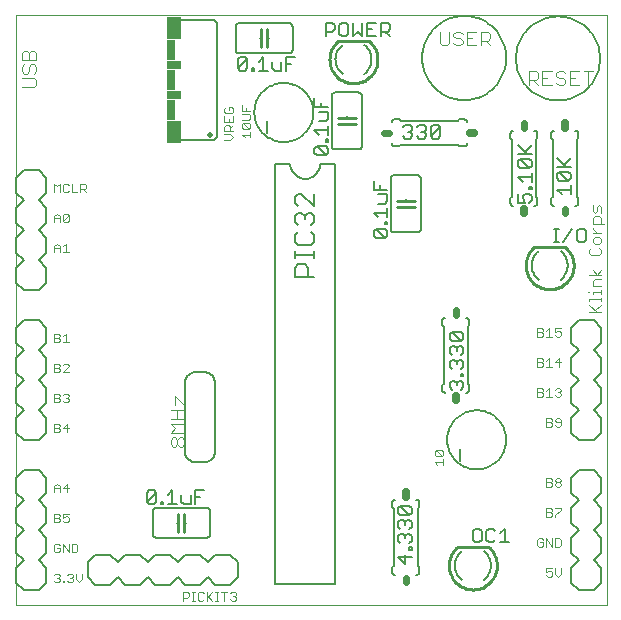
<source format=gto>
G75*
G70*
%OFA0B0*%
%FSLAX24Y24*%
%IPPOS*%
%LPD*%
%AMOC8*
5,1,8,0,0,1.08239X$1,22.5*
%
%ADD10C,0.0000*%
%ADD11C,0.0030*%
%ADD12C,0.0080*%
%ADD13C,0.0040*%
%ADD14C,0.0200*%
%ADD15C,0.0060*%
%ADD16R,0.0500X0.0750*%
%ADD17R,0.0300X0.0700*%
%ADD18R,0.0500X0.0300*%
%ADD19C,0.0070*%
%ADD20C,0.0050*%
%ADD21C,0.0240*%
%ADD22C,0.0250*%
%ADD23C,0.0100*%
D10*
X000181Y000181D02*
X019866Y000181D01*
X019866Y019866D01*
X000181Y019866D01*
X000181Y000181D01*
D11*
X001446Y000995D02*
X001495Y000946D01*
X001592Y000946D01*
X001640Y000995D01*
X001640Y001043D01*
X001592Y001092D01*
X001543Y001092D01*
X001592Y001092D02*
X001640Y001140D01*
X001640Y001188D01*
X001592Y001237D01*
X001495Y001237D01*
X001446Y001188D01*
X001741Y000995D02*
X001789Y000995D01*
X001789Y000946D01*
X001741Y000946D01*
X001741Y000995D01*
X001888Y000995D02*
X001937Y000946D01*
X002034Y000946D01*
X002082Y000995D01*
X002082Y001043D01*
X002034Y001092D01*
X001985Y001092D01*
X002034Y001092D02*
X002082Y001140D01*
X002082Y001188D01*
X002034Y001237D01*
X001937Y001237D01*
X001888Y001188D01*
X002183Y001237D02*
X002183Y001043D01*
X002280Y000946D01*
X002376Y001043D01*
X002376Y001237D01*
X002181Y001946D02*
X002229Y001995D01*
X002229Y002188D01*
X002181Y002237D01*
X002036Y002237D01*
X002036Y001946D01*
X002181Y001946D01*
X001935Y001946D02*
X001935Y002237D01*
X001741Y002237D02*
X001935Y001946D01*
X001741Y001946D02*
X001741Y002237D01*
X001640Y002188D02*
X001592Y002237D01*
X001495Y002237D01*
X001446Y002188D01*
X001446Y001995D01*
X001495Y001946D01*
X001592Y001946D01*
X001640Y001995D01*
X001640Y002092D01*
X001543Y002092D01*
X001592Y002946D02*
X001446Y002946D01*
X001446Y003237D01*
X001592Y003237D01*
X001640Y003188D01*
X001640Y003140D01*
X001592Y003092D01*
X001446Y003092D01*
X001592Y003092D02*
X001640Y003043D01*
X001640Y002995D01*
X001592Y002946D01*
X001741Y002995D02*
X001789Y002946D01*
X001886Y002946D01*
X001935Y002995D01*
X001935Y003092D01*
X001886Y003140D01*
X001838Y003140D01*
X001741Y003092D01*
X001741Y003237D01*
X001935Y003237D01*
X001886Y003946D02*
X001886Y004237D01*
X001741Y004092D01*
X001935Y004092D01*
X001640Y004092D02*
X001446Y004092D01*
X001446Y004140D02*
X001543Y004237D01*
X001640Y004140D01*
X001640Y003946D01*
X001446Y003946D02*
X001446Y004140D01*
X001446Y005946D02*
X001592Y005946D01*
X001640Y005995D01*
X001640Y006043D01*
X001592Y006092D01*
X001446Y006092D01*
X001446Y006237D02*
X001446Y005946D01*
X001592Y006092D02*
X001640Y006140D01*
X001640Y006188D01*
X001592Y006237D01*
X001446Y006237D01*
X001741Y006092D02*
X001935Y006092D01*
X001886Y006237D02*
X001886Y005946D01*
X001741Y006092D02*
X001886Y006237D01*
X001886Y006946D02*
X001789Y006946D01*
X001741Y006995D01*
X001640Y006995D02*
X001592Y006946D01*
X001446Y006946D01*
X001446Y007237D01*
X001592Y007237D01*
X001640Y007188D01*
X001640Y007140D01*
X001592Y007092D01*
X001446Y007092D01*
X001592Y007092D02*
X001640Y007043D01*
X001640Y006995D01*
X001741Y007188D02*
X001789Y007237D01*
X001886Y007237D01*
X001935Y007188D01*
X001935Y007140D01*
X001886Y007092D01*
X001935Y007043D01*
X001935Y006995D01*
X001886Y006946D01*
X001886Y007092D02*
X001838Y007092D01*
X001935Y007946D02*
X001741Y007946D01*
X001935Y008140D01*
X001935Y008188D01*
X001886Y008237D01*
X001789Y008237D01*
X001741Y008188D01*
X001640Y008188D02*
X001640Y008140D01*
X001592Y008092D01*
X001446Y008092D01*
X001446Y008237D02*
X001446Y007946D01*
X001592Y007946D01*
X001640Y007995D01*
X001640Y008043D01*
X001592Y008092D01*
X001640Y008188D02*
X001592Y008237D01*
X001446Y008237D01*
X001446Y008946D02*
X001592Y008946D01*
X001640Y008995D01*
X001640Y009043D01*
X001592Y009092D01*
X001446Y009092D01*
X001446Y009237D02*
X001446Y008946D01*
X001592Y009092D02*
X001640Y009140D01*
X001640Y009188D01*
X001592Y009237D01*
X001446Y009237D01*
X001741Y009140D02*
X001838Y009237D01*
X001838Y008946D01*
X001741Y008946D02*
X001935Y008946D01*
X001935Y011946D02*
X001741Y011946D01*
X001838Y011946D02*
X001838Y012237D01*
X001741Y012140D01*
X001640Y012140D02*
X001640Y011946D01*
X001640Y012092D02*
X001446Y012092D01*
X001446Y012140D02*
X001543Y012237D01*
X001640Y012140D01*
X001446Y012140D02*
X001446Y011946D01*
X001446Y012946D02*
X001446Y013140D01*
X001543Y013237D01*
X001640Y013140D01*
X001640Y012946D01*
X001741Y012995D02*
X001935Y013188D01*
X001935Y012995D01*
X001886Y012946D01*
X001789Y012946D01*
X001741Y012995D01*
X001741Y013188D01*
X001789Y013237D01*
X001886Y013237D01*
X001935Y013188D01*
X001640Y013092D02*
X001446Y013092D01*
X001446Y013946D02*
X001446Y014237D01*
X001543Y014140D01*
X001640Y014237D01*
X001640Y013946D01*
X001741Y013995D02*
X001789Y013946D01*
X001886Y013946D01*
X001935Y013995D01*
X002036Y013946D02*
X002036Y014237D01*
X001935Y014188D02*
X001886Y014237D01*
X001789Y014237D01*
X001741Y014188D01*
X001741Y013995D01*
X002036Y013946D02*
X002229Y013946D01*
X002330Y013946D02*
X002330Y014237D01*
X002475Y014237D01*
X002524Y014188D01*
X002524Y014092D01*
X002475Y014043D01*
X002330Y014043D01*
X002427Y014043D02*
X002524Y013946D01*
X007126Y015696D02*
X007320Y015696D01*
X007416Y015793D01*
X007320Y015890D01*
X007126Y015890D01*
X007126Y015991D02*
X007126Y016136D01*
X007175Y016185D01*
X007271Y016185D01*
X007320Y016136D01*
X007320Y015991D01*
X007416Y015991D02*
X007126Y015991D01*
X007320Y016088D02*
X007416Y016185D01*
X007416Y016286D02*
X007126Y016286D01*
X007126Y016479D01*
X007175Y016580D02*
X007368Y016580D01*
X007416Y016629D01*
X007416Y016725D01*
X007368Y016774D01*
X007271Y016774D01*
X007271Y016677D01*
X007175Y016580D02*
X007126Y016629D01*
X007126Y016725D01*
X007175Y016774D01*
X007416Y016479D02*
X007416Y016286D01*
X007271Y016286D02*
X007271Y016382D01*
X007701Y016361D02*
X007943Y016361D01*
X007992Y016409D01*
X007992Y016506D01*
X007943Y016554D01*
X007701Y016554D01*
X007701Y016656D02*
X007701Y016849D01*
X007846Y016752D02*
X007846Y016656D01*
X007701Y016656D02*
X007992Y016656D01*
X007943Y016260D02*
X007750Y016260D01*
X007943Y016066D01*
X007992Y016115D01*
X007992Y016211D01*
X007943Y016260D01*
X007750Y016260D02*
X007701Y016211D01*
X007701Y016115D01*
X007750Y016066D01*
X007943Y016066D01*
X007992Y015965D02*
X007992Y015772D01*
X007992Y015868D02*
X007701Y015868D01*
X007798Y015772D01*
X017562Y009417D02*
X017562Y009126D01*
X017708Y009126D01*
X017756Y009175D01*
X017756Y009223D01*
X017708Y009272D01*
X017562Y009272D01*
X017562Y009417D02*
X017708Y009417D01*
X017756Y009368D01*
X017756Y009320D01*
X017708Y009272D01*
X017857Y009320D02*
X017954Y009417D01*
X017954Y009126D01*
X017857Y009126D02*
X018051Y009126D01*
X018152Y009175D02*
X018200Y009126D01*
X018297Y009126D01*
X018345Y009175D01*
X018345Y009272D01*
X018297Y009320D01*
X018249Y009320D01*
X018152Y009272D01*
X018152Y009417D01*
X018345Y009417D01*
X018297Y008417D02*
X018152Y008272D01*
X018345Y008272D01*
X018297Y008417D02*
X018297Y008126D01*
X018051Y008126D02*
X017857Y008126D01*
X017954Y008126D02*
X017954Y008417D01*
X017857Y008320D01*
X017756Y008320D02*
X017708Y008272D01*
X017562Y008272D01*
X017562Y008417D02*
X017708Y008417D01*
X017756Y008368D01*
X017756Y008320D01*
X017708Y008272D02*
X017756Y008223D01*
X017756Y008175D01*
X017708Y008126D01*
X017562Y008126D01*
X017562Y008417D01*
X017562Y007417D02*
X017708Y007417D01*
X017756Y007368D01*
X017756Y007320D01*
X017708Y007272D01*
X017562Y007272D01*
X017562Y007417D02*
X017562Y007126D01*
X017708Y007126D01*
X017756Y007175D01*
X017756Y007223D01*
X017708Y007272D01*
X017857Y007320D02*
X017954Y007417D01*
X017954Y007126D01*
X017857Y007126D02*
X018051Y007126D01*
X018152Y007175D02*
X018200Y007126D01*
X018297Y007126D01*
X018345Y007175D01*
X018345Y007223D01*
X018297Y007272D01*
X018249Y007272D01*
X018297Y007272D02*
X018345Y007320D01*
X018345Y007368D01*
X018297Y007417D01*
X018200Y007417D01*
X018152Y007368D01*
X018200Y006417D02*
X018152Y006368D01*
X018152Y006320D01*
X018200Y006272D01*
X018345Y006272D01*
X018345Y006368D02*
X018297Y006417D01*
X018200Y006417D01*
X018345Y006368D02*
X018345Y006175D01*
X018297Y006126D01*
X018200Y006126D01*
X018152Y006175D01*
X018051Y006175D02*
X018002Y006126D01*
X017857Y006126D01*
X017857Y006417D01*
X018002Y006417D01*
X018051Y006368D01*
X018051Y006320D01*
X018002Y006272D01*
X017857Y006272D01*
X018002Y006272D02*
X018051Y006223D01*
X018051Y006175D01*
X018002Y004417D02*
X018051Y004368D01*
X018051Y004320D01*
X018002Y004272D01*
X017857Y004272D01*
X017857Y004417D02*
X017857Y004126D01*
X018002Y004126D01*
X018051Y004175D01*
X018051Y004223D01*
X018002Y004272D01*
X018002Y004417D02*
X017857Y004417D01*
X018152Y004368D02*
X018152Y004320D01*
X018200Y004272D01*
X018297Y004272D01*
X018345Y004223D01*
X018345Y004175D01*
X018297Y004126D01*
X018200Y004126D01*
X018152Y004175D01*
X018152Y004223D01*
X018200Y004272D01*
X018297Y004272D02*
X018345Y004320D01*
X018345Y004368D01*
X018297Y004417D01*
X018200Y004417D01*
X018152Y004368D01*
X018152Y003417D02*
X018345Y003417D01*
X018345Y003368D01*
X018152Y003175D01*
X018152Y003126D01*
X018051Y003175D02*
X018002Y003126D01*
X017857Y003126D01*
X017857Y003417D01*
X018002Y003417D01*
X018051Y003368D01*
X018051Y003320D01*
X018002Y003272D01*
X017857Y003272D01*
X018002Y003272D02*
X018051Y003223D01*
X018051Y003175D01*
X018051Y002417D02*
X018051Y002126D01*
X017857Y002417D01*
X017857Y002126D01*
X017756Y002175D02*
X017756Y002272D01*
X017659Y002272D01*
X017562Y002368D02*
X017562Y002175D01*
X017611Y002126D01*
X017708Y002126D01*
X017756Y002175D01*
X017756Y002368D02*
X017708Y002417D01*
X017611Y002417D01*
X017562Y002368D01*
X018152Y002417D02*
X018152Y002126D01*
X018297Y002126D01*
X018345Y002175D01*
X018345Y002368D01*
X018297Y002417D01*
X018152Y002417D01*
X018152Y001417D02*
X018152Y001223D01*
X018249Y001126D01*
X018345Y001223D01*
X018345Y001417D01*
X018051Y001417D02*
X017857Y001417D01*
X017857Y001272D01*
X017954Y001320D01*
X018002Y001320D01*
X018051Y001272D01*
X018051Y001175D01*
X018002Y001126D01*
X017905Y001126D01*
X017857Y001175D01*
X014421Y004858D02*
X014421Y005052D01*
X014421Y004955D02*
X014131Y004955D01*
X014227Y004858D01*
X014179Y005153D02*
X014131Y005201D01*
X014131Y005298D01*
X014179Y005346D01*
X014372Y005153D01*
X014421Y005201D01*
X014421Y005298D01*
X014372Y005346D01*
X014179Y005346D01*
X014179Y005153D02*
X014372Y005153D01*
X019296Y009946D02*
X019666Y009946D01*
X019543Y009946D02*
X019296Y010193D01*
X019296Y010315D02*
X019296Y010376D01*
X019666Y010376D01*
X019666Y010315D02*
X019666Y010438D01*
X019666Y010560D02*
X019666Y010684D01*
X019666Y010622D02*
X019420Y010622D01*
X019420Y010560D01*
X019296Y010622D02*
X019234Y010622D01*
X019420Y010806D02*
X019420Y010991D01*
X019481Y011053D01*
X019666Y011053D01*
X019666Y011174D02*
X019296Y011174D01*
X019420Y011359D02*
X019543Y011174D01*
X019666Y011359D01*
X019605Y011849D02*
X019358Y011849D01*
X019296Y011911D01*
X019296Y012034D01*
X019358Y012096D01*
X019481Y012218D02*
X019420Y012279D01*
X019420Y012403D01*
X019481Y012464D01*
X019605Y012464D01*
X019666Y012403D01*
X019666Y012279D01*
X019605Y012218D01*
X019481Y012218D01*
X019605Y012096D02*
X019666Y012034D01*
X019666Y011911D01*
X019605Y011849D01*
X019666Y012586D02*
X019420Y012586D01*
X019543Y012586D02*
X019420Y012709D01*
X019420Y012771D01*
X019420Y012893D02*
X019420Y013078D01*
X019481Y013140D01*
X019605Y013140D01*
X019666Y013078D01*
X019666Y012893D01*
X019790Y012893D02*
X019420Y012893D01*
X019481Y013261D02*
X019420Y013323D01*
X019420Y013508D01*
X019543Y013446D02*
X019543Y013323D01*
X019481Y013261D01*
X019666Y013261D02*
X019666Y013446D01*
X019605Y013508D01*
X019543Y013446D01*
X019666Y010806D02*
X019420Y010806D01*
X019666Y010193D02*
X019481Y010008D01*
X007515Y000579D02*
X007515Y000531D01*
X007467Y000483D01*
X007515Y000434D01*
X007515Y000386D01*
X007467Y000338D01*
X007370Y000338D01*
X007321Y000386D01*
X007418Y000483D02*
X007467Y000483D01*
X007515Y000579D02*
X007467Y000628D01*
X007370Y000628D01*
X007321Y000579D01*
X007220Y000628D02*
X007027Y000628D01*
X007124Y000628D02*
X007124Y000338D01*
X006927Y000338D02*
X006830Y000338D01*
X006879Y000338D02*
X006879Y000628D01*
X006927Y000628D02*
X006830Y000628D01*
X006729Y000628D02*
X006536Y000434D01*
X006584Y000483D02*
X006729Y000338D01*
X006536Y000338D02*
X006536Y000628D01*
X006435Y000579D02*
X006386Y000628D01*
X006289Y000628D01*
X006241Y000579D01*
X006241Y000386D01*
X006289Y000338D01*
X006386Y000338D01*
X006435Y000386D01*
X006141Y000338D02*
X006045Y000338D01*
X006093Y000338D02*
X006093Y000628D01*
X006045Y000628D02*
X006141Y000628D01*
X005944Y000579D02*
X005944Y000483D01*
X005895Y000434D01*
X005750Y000434D01*
X005750Y000338D02*
X005750Y000628D01*
X005895Y000628D01*
X005944Y000579D01*
D12*
X005821Y000863D02*
X005571Y001113D01*
X005321Y000863D01*
X004821Y000863D01*
X004571Y001113D01*
X004321Y000863D01*
X003821Y000863D01*
X003571Y001113D01*
X003321Y000863D01*
X002821Y000863D01*
X002571Y001113D01*
X002571Y001613D01*
X002821Y001863D01*
X003321Y001863D01*
X003571Y001613D01*
X003821Y001863D01*
X004321Y001863D01*
X004571Y001613D01*
X004821Y001863D01*
X005321Y001863D01*
X005571Y001613D01*
X005821Y001863D01*
X006321Y001863D01*
X006571Y001613D01*
X006821Y001863D01*
X007321Y001863D01*
X007571Y001613D01*
X007571Y001113D01*
X007321Y000863D01*
X006821Y000863D01*
X006571Y001113D01*
X006321Y000863D01*
X005821Y000863D01*
X001181Y000931D02*
X000931Y000681D01*
X000431Y000681D01*
X000181Y000931D01*
X000181Y001431D01*
X000431Y001681D01*
X000181Y001931D01*
X000181Y002431D01*
X000431Y002681D01*
X000181Y002931D01*
X000181Y003431D01*
X000431Y003681D01*
X000181Y003931D01*
X000181Y004431D01*
X000431Y004681D01*
X000931Y004681D01*
X001181Y004431D01*
X001181Y003931D01*
X000931Y003681D01*
X001181Y003431D01*
X001181Y002931D01*
X000931Y002681D01*
X001181Y002431D01*
X001181Y001931D01*
X000931Y001681D01*
X001181Y001431D01*
X001181Y000931D01*
X000931Y005681D02*
X000431Y005681D01*
X000181Y005931D01*
X000181Y006431D01*
X000431Y006681D01*
X000181Y006931D01*
X000181Y007431D01*
X000431Y007681D01*
X000181Y007931D01*
X000181Y008431D01*
X000431Y008681D01*
X000181Y008931D01*
X000181Y009431D01*
X000431Y009681D01*
X000931Y009681D01*
X001181Y009431D01*
X001181Y008931D01*
X000931Y008681D01*
X001181Y008431D01*
X001181Y007931D01*
X000931Y007681D01*
X001181Y007431D01*
X001181Y006931D01*
X000931Y006681D01*
X001181Y006431D01*
X001181Y005931D01*
X000931Y005681D01*
X000931Y010681D02*
X000431Y010681D01*
X000181Y010931D01*
X000181Y011431D01*
X000431Y011681D01*
X000181Y011931D01*
X000181Y012431D01*
X000431Y012681D01*
X000181Y012931D01*
X000181Y013431D01*
X000431Y013681D01*
X000181Y013931D01*
X000181Y014431D01*
X000431Y014681D01*
X000931Y014681D01*
X001181Y014431D01*
X001181Y013931D01*
X000931Y013681D01*
X001181Y013431D01*
X001181Y012931D01*
X000931Y012681D01*
X001181Y012431D01*
X001181Y011931D01*
X000931Y011681D01*
X001181Y011431D01*
X001181Y010931D01*
X000931Y010681D01*
X008557Y015907D02*
X008557Y016307D01*
X008123Y016607D02*
X008125Y016669D01*
X008131Y016732D01*
X008141Y016793D01*
X008155Y016854D01*
X008172Y016914D01*
X008193Y016973D01*
X008219Y017030D01*
X008247Y017085D01*
X008279Y017139D01*
X008315Y017190D01*
X008353Y017240D01*
X008395Y017286D01*
X008439Y017330D01*
X008487Y017371D01*
X008536Y017409D01*
X008588Y017443D01*
X008642Y017474D01*
X008698Y017502D01*
X008756Y017526D01*
X008815Y017547D01*
X008875Y017563D01*
X008936Y017576D01*
X008998Y017585D01*
X009060Y017590D01*
X009123Y017591D01*
X009185Y017588D01*
X009247Y017581D01*
X009309Y017570D01*
X009369Y017555D01*
X009429Y017537D01*
X009487Y017515D01*
X009544Y017489D01*
X009599Y017459D01*
X009652Y017426D01*
X009703Y017390D01*
X009751Y017351D01*
X009797Y017308D01*
X009840Y017263D01*
X009880Y017215D01*
X009917Y017165D01*
X009951Y017112D01*
X009982Y017058D01*
X010008Y017002D01*
X010032Y016944D01*
X010051Y016884D01*
X010067Y016824D01*
X010079Y016762D01*
X010087Y016701D01*
X010091Y016638D01*
X010091Y016576D01*
X010087Y016513D01*
X010079Y016452D01*
X010067Y016390D01*
X010051Y016330D01*
X010032Y016270D01*
X010008Y016212D01*
X009982Y016156D01*
X009951Y016102D01*
X009917Y016049D01*
X009880Y015999D01*
X009840Y015951D01*
X009797Y015906D01*
X009751Y015863D01*
X009703Y015824D01*
X009652Y015788D01*
X009599Y015755D01*
X009544Y015725D01*
X009487Y015699D01*
X009429Y015677D01*
X009369Y015659D01*
X009309Y015644D01*
X009247Y015633D01*
X009185Y015626D01*
X009123Y015623D01*
X009060Y015624D01*
X008998Y015629D01*
X008936Y015638D01*
X008875Y015651D01*
X008815Y015667D01*
X008756Y015688D01*
X008698Y015712D01*
X008642Y015740D01*
X008588Y015771D01*
X008536Y015805D01*
X008487Y015843D01*
X008439Y015884D01*
X008395Y015928D01*
X008353Y015974D01*
X008315Y016024D01*
X008279Y016075D01*
X008247Y016129D01*
X008219Y016184D01*
X008193Y016241D01*
X008172Y016300D01*
X008155Y016360D01*
X008141Y016421D01*
X008131Y016482D01*
X008125Y016545D01*
X008123Y016607D01*
X018681Y009431D02*
X018681Y008931D01*
X018931Y008681D01*
X018681Y008431D01*
X018681Y007931D01*
X018931Y007681D01*
X018681Y007431D01*
X018681Y006931D01*
X018931Y006681D01*
X018681Y006431D01*
X018681Y005931D01*
X018931Y005681D01*
X019431Y005681D01*
X019681Y005931D01*
X019681Y006431D01*
X019431Y006681D01*
X019681Y006931D01*
X019681Y007431D01*
X019431Y007681D01*
X019681Y007931D01*
X019681Y008431D01*
X019431Y008681D01*
X019681Y008931D01*
X019681Y009431D01*
X019431Y009681D01*
X018931Y009681D01*
X018681Y009431D01*
X014552Y005693D02*
X014554Y005755D01*
X014560Y005818D01*
X014570Y005879D01*
X014584Y005940D01*
X014601Y006000D01*
X014622Y006059D01*
X014648Y006116D01*
X014676Y006171D01*
X014708Y006225D01*
X014744Y006276D01*
X014782Y006326D01*
X014824Y006372D01*
X014868Y006416D01*
X014916Y006457D01*
X014965Y006495D01*
X015017Y006529D01*
X015071Y006560D01*
X015127Y006588D01*
X015185Y006612D01*
X015244Y006633D01*
X015304Y006649D01*
X015365Y006662D01*
X015427Y006671D01*
X015489Y006676D01*
X015552Y006677D01*
X015614Y006674D01*
X015676Y006667D01*
X015738Y006656D01*
X015798Y006641D01*
X015858Y006623D01*
X015916Y006601D01*
X015973Y006575D01*
X016028Y006545D01*
X016081Y006512D01*
X016132Y006476D01*
X016180Y006437D01*
X016226Y006394D01*
X016269Y006349D01*
X016309Y006301D01*
X016346Y006251D01*
X016380Y006198D01*
X016411Y006144D01*
X016437Y006088D01*
X016461Y006030D01*
X016480Y005970D01*
X016496Y005910D01*
X016508Y005848D01*
X016516Y005787D01*
X016520Y005724D01*
X016520Y005662D01*
X016516Y005599D01*
X016508Y005538D01*
X016496Y005476D01*
X016480Y005416D01*
X016461Y005356D01*
X016437Y005298D01*
X016411Y005242D01*
X016380Y005188D01*
X016346Y005135D01*
X016309Y005085D01*
X016269Y005037D01*
X016226Y004992D01*
X016180Y004949D01*
X016132Y004910D01*
X016081Y004874D01*
X016028Y004841D01*
X015973Y004811D01*
X015916Y004785D01*
X015858Y004763D01*
X015798Y004745D01*
X015738Y004730D01*
X015676Y004719D01*
X015614Y004712D01*
X015552Y004709D01*
X015489Y004710D01*
X015427Y004715D01*
X015365Y004724D01*
X015304Y004737D01*
X015244Y004753D01*
X015185Y004774D01*
X015127Y004798D01*
X015071Y004826D01*
X015017Y004857D01*
X014965Y004891D01*
X014916Y004929D01*
X014868Y004970D01*
X014824Y005014D01*
X014782Y005060D01*
X014744Y005110D01*
X014708Y005161D01*
X014676Y005215D01*
X014648Y005270D01*
X014622Y005327D01*
X014601Y005386D01*
X014584Y005446D01*
X014570Y005507D01*
X014560Y005568D01*
X014554Y005631D01*
X014552Y005693D01*
X014986Y005393D02*
X014986Y004993D01*
X018681Y004431D02*
X018681Y003931D01*
X018931Y003681D01*
X018681Y003431D01*
X018681Y002931D01*
X018931Y002681D01*
X018681Y002431D01*
X018681Y001931D01*
X018931Y001681D01*
X018681Y001431D01*
X018681Y000931D01*
X018931Y000681D01*
X019431Y000681D01*
X019681Y000931D01*
X019681Y001431D01*
X019431Y001681D01*
X019681Y001931D01*
X019681Y002431D01*
X019431Y002681D01*
X019681Y002931D01*
X019681Y003431D01*
X019431Y003681D01*
X019681Y003931D01*
X019681Y004431D01*
X019431Y004681D01*
X018931Y004681D01*
X018681Y004431D01*
D13*
X005791Y005546D02*
X005715Y005469D01*
X005638Y005469D01*
X005561Y005546D01*
X005561Y005699D01*
X005638Y005776D01*
X005715Y005776D01*
X005791Y005699D01*
X005791Y005546D01*
X005561Y005546D02*
X005484Y005469D01*
X005408Y005469D01*
X005331Y005546D01*
X005331Y005699D01*
X005408Y005776D01*
X005484Y005776D01*
X005561Y005699D01*
X005331Y005929D02*
X005484Y006083D01*
X005331Y006236D01*
X005791Y006236D01*
X005791Y006390D02*
X005331Y006390D01*
X005561Y006390D02*
X005561Y006697D01*
X005484Y006850D02*
X005484Y007157D01*
X005791Y006850D01*
X005791Y007157D01*
X005791Y006697D02*
X005331Y006697D01*
X005331Y005929D02*
X005791Y005929D01*
X000768Y017442D02*
X000384Y017442D01*
X000384Y017749D02*
X000768Y017749D01*
X000844Y017672D01*
X000844Y017519D01*
X000768Y017442D01*
X000768Y017903D02*
X000844Y017979D01*
X000844Y018133D01*
X000768Y018210D01*
X000691Y018210D01*
X000614Y018133D01*
X000614Y017979D01*
X000538Y017903D01*
X000461Y017903D01*
X000384Y017979D01*
X000384Y018133D01*
X000461Y018210D01*
X000384Y018363D02*
X000384Y018593D01*
X000461Y018670D01*
X000538Y018670D01*
X000614Y018593D01*
X000614Y018363D01*
X000844Y018363D02*
X000384Y018363D01*
X000614Y018593D02*
X000691Y018670D01*
X000768Y018670D01*
X000844Y018593D01*
X000844Y018363D01*
X014301Y018918D02*
X014378Y018842D01*
X014531Y018842D01*
X014608Y018918D01*
X014608Y019302D01*
X014761Y019225D02*
X014761Y019148D01*
X014838Y019072D01*
X014991Y019072D01*
X015068Y018995D01*
X015068Y018918D01*
X014991Y018842D01*
X014838Y018842D01*
X014761Y018918D01*
X014761Y019225D02*
X014838Y019302D01*
X014991Y019302D01*
X015068Y019225D01*
X015222Y019302D02*
X015222Y018842D01*
X015528Y018842D01*
X015682Y018842D02*
X015682Y019302D01*
X015912Y019302D01*
X015989Y019225D01*
X015989Y019072D01*
X015912Y018995D01*
X015682Y018995D01*
X015835Y018995D02*
X015989Y018842D01*
X015528Y019302D02*
X015222Y019302D01*
X015222Y019072D02*
X015375Y019072D01*
X014301Y018918D02*
X014301Y019302D01*
X017268Y017986D02*
X017268Y017526D01*
X017268Y017679D02*
X017499Y017679D01*
X017575Y017756D01*
X017575Y017909D01*
X017499Y017986D01*
X017268Y017986D01*
X017422Y017679D02*
X017575Y017526D01*
X017729Y017526D02*
X018036Y017526D01*
X018189Y017603D02*
X018266Y017526D01*
X018419Y017526D01*
X018496Y017603D01*
X018496Y017679D01*
X018419Y017756D01*
X018266Y017756D01*
X018189Y017833D01*
X018189Y017909D01*
X018266Y017986D01*
X018419Y017986D01*
X018496Y017909D01*
X018649Y017986D02*
X018649Y017526D01*
X018956Y017526D01*
X018803Y017756D02*
X018649Y017756D01*
X018649Y017986D02*
X018956Y017986D01*
X019110Y017986D02*
X019417Y017986D01*
X019263Y017986D02*
X019263Y017526D01*
X018036Y017986D02*
X017729Y017986D01*
X017729Y017526D01*
X017729Y017756D02*
X017882Y017756D01*
D14*
X006641Y015861D03*
D15*
X006781Y015681D02*
X005631Y015681D01*
X006781Y015681D02*
X006881Y015781D01*
X006881Y019581D01*
X006781Y019681D01*
X005631Y019681D01*
X007499Y019479D02*
X007499Y018679D01*
X007501Y018662D01*
X007505Y018645D01*
X007512Y018629D01*
X007522Y018615D01*
X007535Y018602D01*
X007549Y018592D01*
X007565Y018585D01*
X007582Y018581D01*
X007599Y018579D01*
X009299Y018579D01*
X009316Y018581D01*
X009333Y018585D01*
X009349Y018592D01*
X009363Y018602D01*
X009376Y018615D01*
X009386Y018629D01*
X009393Y018645D01*
X009397Y018662D01*
X009399Y018679D01*
X009399Y019479D01*
X009397Y019496D01*
X009393Y019513D01*
X009386Y019529D01*
X009376Y019543D01*
X009363Y019556D01*
X009349Y019566D01*
X009333Y019573D01*
X009316Y019577D01*
X009299Y019579D01*
X007599Y019579D01*
X007582Y019577D01*
X007565Y019573D01*
X007549Y019566D01*
X007535Y019556D01*
X007522Y019543D01*
X007512Y019529D01*
X007505Y019513D01*
X007501Y019496D01*
X007499Y019479D01*
X008299Y019079D02*
X008349Y019079D01*
X008549Y019079D02*
X008599Y019079D01*
X010705Y017173D02*
X010705Y015473D01*
X010707Y015456D01*
X010711Y015439D01*
X010718Y015423D01*
X010728Y015409D01*
X010741Y015396D01*
X010755Y015386D01*
X010771Y015379D01*
X010788Y015375D01*
X010805Y015373D01*
X011605Y015373D01*
X011622Y015375D01*
X011639Y015379D01*
X011655Y015386D01*
X011669Y015396D01*
X011682Y015409D01*
X011692Y015423D01*
X011699Y015439D01*
X011703Y015456D01*
X011705Y015473D01*
X011705Y017173D01*
X011703Y017190D01*
X011699Y017207D01*
X011692Y017223D01*
X011682Y017237D01*
X011669Y017250D01*
X011655Y017260D01*
X011639Y017267D01*
X011622Y017271D01*
X011605Y017273D01*
X010805Y017273D01*
X010788Y017271D01*
X010771Y017267D01*
X010755Y017260D01*
X010741Y017250D01*
X010728Y017237D01*
X010718Y017223D01*
X010711Y017207D01*
X010707Y017190D01*
X010705Y017173D01*
X011205Y016473D02*
X011205Y016423D01*
X011205Y016223D02*
X011205Y016173D01*
X010819Y014894D02*
X010319Y014894D01*
X010819Y014894D02*
X010819Y000894D01*
X008819Y000894D01*
X008819Y014844D01*
X008819Y014894D02*
X009319Y014894D01*
X009321Y014850D01*
X009327Y014807D01*
X009336Y014765D01*
X009349Y014723D01*
X009366Y014683D01*
X009386Y014644D01*
X009409Y014607D01*
X009436Y014573D01*
X009465Y014540D01*
X009498Y014511D01*
X009532Y014484D01*
X009569Y014461D01*
X009608Y014441D01*
X009648Y014424D01*
X009690Y014411D01*
X009732Y014402D01*
X009775Y014396D01*
X009819Y014394D01*
X009863Y014396D01*
X009906Y014402D01*
X009948Y014411D01*
X009990Y014424D01*
X010030Y014441D01*
X010069Y014461D01*
X010106Y014484D01*
X010140Y014511D01*
X010173Y014540D01*
X010202Y014573D01*
X010229Y014607D01*
X010252Y014644D01*
X010272Y014683D01*
X010289Y014723D01*
X010302Y014765D01*
X010311Y014807D01*
X010317Y014850D01*
X010319Y014894D01*
X012674Y014417D02*
X012674Y012717D01*
X012676Y012700D01*
X012680Y012683D01*
X012687Y012667D01*
X012697Y012653D01*
X012710Y012640D01*
X012724Y012630D01*
X012740Y012623D01*
X012757Y012619D01*
X012774Y012617D01*
X013574Y012617D01*
X013591Y012619D01*
X013608Y012623D01*
X013624Y012630D01*
X013638Y012640D01*
X013651Y012653D01*
X013661Y012667D01*
X013668Y012683D01*
X013672Y012700D01*
X013674Y012717D01*
X013674Y014417D01*
X013672Y014434D01*
X013668Y014451D01*
X013661Y014467D01*
X013651Y014481D01*
X013638Y014494D01*
X013624Y014504D01*
X013608Y014511D01*
X013591Y014515D01*
X013574Y014517D01*
X012774Y014517D01*
X012757Y014515D01*
X012740Y014511D01*
X012724Y014504D01*
X012710Y014494D01*
X012697Y014481D01*
X012687Y014467D01*
X012680Y014451D01*
X012676Y014434D01*
X012674Y014417D01*
X013174Y013717D02*
X013174Y013667D01*
X013174Y013467D02*
X013174Y013417D01*
X012961Y015479D02*
X012811Y015479D01*
X012794Y015481D01*
X012777Y015485D01*
X012761Y015492D01*
X012747Y015502D01*
X012734Y015515D01*
X012724Y015529D01*
X012717Y015545D01*
X012713Y015562D01*
X012711Y015579D01*
X012961Y015479D02*
X013011Y015529D01*
X014911Y015529D01*
X014961Y015479D01*
X015111Y015479D01*
X015128Y015481D01*
X015145Y015485D01*
X015161Y015492D01*
X015175Y015502D01*
X015188Y015515D01*
X015198Y015529D01*
X015205Y015545D01*
X015209Y015562D01*
X015211Y015579D01*
X015211Y016279D02*
X015209Y016296D01*
X015205Y016313D01*
X015198Y016329D01*
X015188Y016343D01*
X015175Y016356D01*
X015161Y016366D01*
X015145Y016373D01*
X015128Y016377D01*
X015111Y016379D01*
X014961Y016379D01*
X014911Y016329D01*
X013011Y016329D01*
X012961Y016379D01*
X012811Y016379D01*
X012794Y016377D01*
X012777Y016373D01*
X012761Y016366D01*
X012747Y016356D01*
X012734Y016343D01*
X012724Y016329D01*
X012717Y016313D01*
X012713Y016296D01*
X012711Y016279D01*
X011797Y017904D02*
X011832Y017934D01*
X011865Y017965D01*
X011895Y018000D01*
X011922Y018036D01*
X011946Y018074D01*
X011968Y018114D01*
X011986Y018156D01*
X012002Y018199D01*
X012014Y018243D01*
X012022Y018287D01*
X012027Y018333D01*
X012029Y018378D01*
X012027Y018423D01*
X012022Y018469D01*
X012014Y018513D01*
X012002Y018557D01*
X011986Y018600D01*
X011968Y018642D01*
X011946Y018682D01*
X011922Y018720D01*
X011895Y018756D01*
X011865Y018791D01*
X011832Y018822D01*
X011797Y018852D01*
X010829Y018378D02*
X010831Y018332D01*
X010836Y018286D01*
X010845Y018240D01*
X010857Y018195D01*
X010873Y018152D01*
X010892Y018110D01*
X010915Y018069D01*
X010940Y018030D01*
X010968Y017994D01*
X010999Y017959D01*
X011033Y017927D01*
X011069Y017898D01*
X010829Y018378D02*
X010831Y018425D01*
X010837Y018473D01*
X010846Y018519D01*
X010859Y018565D01*
X010875Y018609D01*
X010895Y018653D01*
X010919Y018694D01*
X010945Y018733D01*
X010975Y018770D01*
X011008Y018805D01*
X011043Y018837D01*
X011080Y018866D01*
X016661Y015898D02*
X016661Y015748D01*
X016711Y015698D01*
X016711Y013798D01*
X016661Y013748D01*
X016661Y013598D01*
X016663Y013581D01*
X016667Y013564D01*
X016674Y013548D01*
X016684Y013534D01*
X016697Y013521D01*
X016711Y013511D01*
X016727Y013504D01*
X016744Y013500D01*
X016761Y013498D01*
X017461Y013498D02*
X017478Y013500D01*
X017495Y013504D01*
X017511Y013511D01*
X017525Y013521D01*
X017538Y013534D01*
X017548Y013548D01*
X017555Y013564D01*
X017559Y013581D01*
X017561Y013598D01*
X017561Y013748D01*
X017511Y013798D01*
X017511Y015698D01*
X017561Y015748D01*
X017561Y015898D01*
X017559Y015915D01*
X017555Y015932D01*
X017548Y015948D01*
X017538Y015962D01*
X017525Y015975D01*
X017511Y015985D01*
X017495Y015992D01*
X017478Y015996D01*
X017461Y015998D01*
X018023Y015898D02*
X018023Y015748D01*
X018073Y015698D01*
X018073Y013798D01*
X018023Y013748D01*
X018023Y013598D01*
X018025Y013581D01*
X018029Y013564D01*
X018036Y013548D01*
X018046Y013534D01*
X018059Y013521D01*
X018073Y013511D01*
X018089Y013504D01*
X018106Y013500D01*
X018123Y013498D01*
X018823Y013498D02*
X018840Y013500D01*
X018857Y013504D01*
X018873Y013511D01*
X018887Y013521D01*
X018900Y013534D01*
X018910Y013548D01*
X018917Y013564D01*
X018921Y013581D01*
X018923Y013598D01*
X018923Y013748D01*
X018873Y013798D01*
X018873Y015698D01*
X018923Y015748D01*
X018923Y015898D01*
X018921Y015915D01*
X018917Y015932D01*
X018910Y015948D01*
X018900Y015962D01*
X018887Y015975D01*
X018873Y015985D01*
X018857Y015992D01*
X018840Y015996D01*
X018823Y015998D01*
X018123Y015998D02*
X018106Y015996D01*
X018089Y015992D01*
X018073Y015985D01*
X018059Y015975D01*
X018046Y015962D01*
X018036Y015948D01*
X018029Y015932D01*
X018025Y015915D01*
X018023Y015898D01*
X016761Y015998D02*
X016744Y015996D01*
X016727Y015992D01*
X016711Y015985D01*
X016697Y015975D01*
X016684Y015962D01*
X016674Y015948D01*
X016667Y015932D01*
X016663Y015915D01*
X016661Y015898D01*
X018569Y011512D02*
X018567Y011467D01*
X018562Y011421D01*
X018554Y011377D01*
X018542Y011333D01*
X018526Y011290D01*
X018508Y011248D01*
X018486Y011208D01*
X018462Y011170D01*
X018435Y011134D01*
X018405Y011099D01*
X018372Y011068D01*
X018337Y011038D01*
X018569Y011512D02*
X018567Y011557D01*
X018562Y011603D01*
X018554Y011647D01*
X018542Y011691D01*
X018526Y011734D01*
X018508Y011776D01*
X018486Y011816D01*
X018462Y011854D01*
X018435Y011890D01*
X018405Y011925D01*
X018372Y011956D01*
X018337Y011986D01*
X017369Y011512D02*
X017371Y011466D01*
X017376Y011420D01*
X017385Y011374D01*
X017397Y011329D01*
X017413Y011286D01*
X017432Y011244D01*
X017455Y011203D01*
X017480Y011164D01*
X017508Y011128D01*
X017539Y011093D01*
X017573Y011061D01*
X017609Y011032D01*
X017369Y011512D02*
X017371Y011559D01*
X017377Y011607D01*
X017386Y011653D01*
X017399Y011699D01*
X017415Y011743D01*
X017435Y011787D01*
X017459Y011828D01*
X017485Y011867D01*
X017515Y011904D01*
X017548Y011939D01*
X017583Y011971D01*
X017620Y012000D01*
X015285Y009666D02*
X015285Y009516D01*
X015235Y009466D01*
X015235Y007566D01*
X015285Y007516D01*
X015285Y007366D01*
X015283Y007349D01*
X015279Y007332D01*
X015272Y007316D01*
X015262Y007302D01*
X015249Y007289D01*
X015235Y007279D01*
X015219Y007272D01*
X015202Y007268D01*
X015185Y007266D01*
X014485Y007266D02*
X014468Y007268D01*
X014451Y007272D01*
X014435Y007279D01*
X014421Y007289D01*
X014408Y007302D01*
X014398Y007316D01*
X014391Y007332D01*
X014387Y007349D01*
X014385Y007366D01*
X014385Y007516D01*
X014435Y007566D01*
X014435Y009466D01*
X014385Y009516D01*
X014385Y009666D01*
X014387Y009683D01*
X014391Y009700D01*
X014398Y009716D01*
X014408Y009730D01*
X014421Y009743D01*
X014435Y009753D01*
X014451Y009760D01*
X014468Y009764D01*
X014485Y009766D01*
X015185Y009766D02*
X015202Y009764D01*
X015219Y009760D01*
X015235Y009753D01*
X015249Y009743D01*
X015262Y009730D01*
X015272Y009716D01*
X015279Y009700D01*
X015283Y009683D01*
X015285Y009666D01*
X013624Y003595D02*
X013624Y003445D01*
X013574Y003395D01*
X013574Y001495D01*
X013624Y001445D01*
X013624Y001295D01*
X013622Y001278D01*
X013618Y001261D01*
X013611Y001245D01*
X013601Y001231D01*
X013588Y001218D01*
X013574Y001208D01*
X013558Y001201D01*
X013541Y001197D01*
X013524Y001195D01*
X012824Y001195D02*
X012807Y001197D01*
X012790Y001201D01*
X012774Y001208D01*
X012760Y001218D01*
X012747Y001231D01*
X012737Y001245D01*
X012730Y001261D01*
X012726Y001278D01*
X012724Y001295D01*
X012724Y001445D01*
X012774Y001495D01*
X012774Y003395D01*
X012724Y003445D01*
X012724Y003595D01*
X012726Y003612D01*
X012730Y003629D01*
X012737Y003645D01*
X012747Y003659D01*
X012760Y003672D01*
X012774Y003682D01*
X012790Y003689D01*
X012807Y003693D01*
X012824Y003695D01*
X013524Y003695D02*
X013541Y003693D01*
X013558Y003689D01*
X013574Y003682D01*
X013588Y003672D01*
X013601Y003659D01*
X013611Y003645D01*
X013618Y003629D01*
X013622Y003612D01*
X013624Y003595D01*
X016010Y001504D02*
X016008Y001459D01*
X016003Y001413D01*
X015995Y001369D01*
X015983Y001325D01*
X015967Y001282D01*
X015949Y001240D01*
X015927Y001200D01*
X015903Y001162D01*
X015876Y001126D01*
X015846Y001091D01*
X015813Y001060D01*
X015778Y001030D01*
X016010Y001504D02*
X016008Y001549D01*
X016003Y001595D01*
X015995Y001639D01*
X015983Y001683D01*
X015967Y001726D01*
X015949Y001768D01*
X015927Y001808D01*
X015903Y001846D01*
X015876Y001882D01*
X015846Y001917D01*
X015813Y001948D01*
X015778Y001978D01*
X014810Y001504D02*
X014812Y001458D01*
X014817Y001412D01*
X014826Y001366D01*
X014838Y001321D01*
X014854Y001278D01*
X014873Y001236D01*
X014896Y001195D01*
X014921Y001156D01*
X014949Y001120D01*
X014980Y001085D01*
X015014Y001053D01*
X015050Y001024D01*
X014810Y001504D02*
X014812Y001551D01*
X014818Y001599D01*
X014827Y001645D01*
X014840Y001691D01*
X014856Y001735D01*
X014876Y001779D01*
X014900Y001820D01*
X014926Y001859D01*
X014956Y001896D01*
X014989Y001931D01*
X015024Y001963D01*
X015061Y001992D01*
X006643Y002537D02*
X006643Y003337D01*
X006641Y003354D01*
X006637Y003371D01*
X006630Y003387D01*
X006620Y003401D01*
X006607Y003414D01*
X006593Y003424D01*
X006577Y003431D01*
X006560Y003435D01*
X006543Y003437D01*
X004843Y003437D01*
X004826Y003435D01*
X004809Y003431D01*
X004793Y003424D01*
X004779Y003414D01*
X004766Y003401D01*
X004756Y003387D01*
X004749Y003371D01*
X004745Y003354D01*
X004743Y003337D01*
X004743Y002537D01*
X004745Y002520D01*
X004749Y002503D01*
X004756Y002487D01*
X004766Y002473D01*
X004779Y002460D01*
X004793Y002450D01*
X004809Y002443D01*
X004826Y002439D01*
X004843Y002437D01*
X006543Y002437D01*
X006560Y002439D01*
X006577Y002443D01*
X006593Y002450D01*
X006607Y002460D01*
X006620Y002473D01*
X006630Y002487D01*
X006637Y002503D01*
X006641Y002520D01*
X006643Y002537D01*
X005843Y002937D02*
X005793Y002937D01*
X005593Y002937D02*
X005543Y002937D01*
D16*
X005431Y015956D03*
X005431Y019406D03*
D17*
X005331Y018681D03*
X005331Y017681D03*
X005331Y016681D03*
D18*
X005431Y017181D03*
X005431Y018181D03*
D19*
X009589Y013905D02*
X009484Y013800D01*
X009484Y013589D01*
X009589Y013484D01*
X009589Y013260D02*
X009694Y013260D01*
X009799Y013155D01*
X009904Y013260D01*
X010009Y013260D01*
X010114Y013155D01*
X010114Y012945D01*
X010009Y012840D01*
X009799Y013050D02*
X009799Y013155D01*
X009589Y013260D02*
X009484Y013155D01*
X009484Y012945D01*
X009589Y012840D01*
X009589Y012616D02*
X009484Y012511D01*
X009484Y012300D01*
X009589Y012195D01*
X010009Y012195D01*
X010114Y012300D01*
X010114Y012511D01*
X010009Y012616D01*
X010114Y011976D02*
X010114Y011766D01*
X010114Y011871D02*
X009484Y011871D01*
X009484Y011766D02*
X009484Y011976D01*
X009589Y011541D02*
X009799Y011541D01*
X009904Y011436D01*
X009904Y011121D01*
X010114Y011121D02*
X009484Y011121D01*
X009484Y011436D01*
X009589Y011541D01*
X010114Y013484D02*
X009694Y013905D01*
X009589Y013905D01*
X010114Y013905D02*
X010114Y013484D01*
D20*
X010205Y015176D02*
X010130Y015251D01*
X010130Y015402D01*
X010205Y015477D01*
X010505Y015176D01*
X010580Y015251D01*
X010580Y015402D01*
X010505Y015477D01*
X010205Y015477D01*
X010205Y015176D02*
X010505Y015176D01*
X010505Y015637D02*
X010505Y015712D01*
X010580Y015712D01*
X010580Y015637D01*
X010505Y015637D01*
X010580Y015867D02*
X010580Y016167D01*
X010580Y016017D02*
X010130Y016017D01*
X010280Y015867D01*
X010280Y016327D02*
X010505Y016327D01*
X010580Y016402D01*
X010580Y016628D01*
X010280Y016628D01*
X010355Y016788D02*
X010355Y016938D01*
X010130Y016788D02*
X010130Y017088D01*
X010130Y016788D02*
X010580Y016788D01*
X009185Y018004D02*
X009185Y018454D01*
X009486Y018454D01*
X009335Y018229D02*
X009185Y018229D01*
X009025Y018304D02*
X009025Y018004D01*
X008800Y018004D01*
X008725Y018079D01*
X008725Y018304D01*
X008565Y018004D02*
X008265Y018004D01*
X008415Y018004D02*
X008415Y018454D01*
X008265Y018304D01*
X008110Y018079D02*
X008110Y018004D01*
X008034Y018004D01*
X008034Y018079D01*
X008110Y018079D01*
X007874Y018079D02*
X007874Y018379D01*
X007574Y018079D01*
X007649Y018004D01*
X007799Y018004D01*
X007874Y018079D01*
X007874Y018379D02*
X007799Y018454D01*
X007649Y018454D01*
X007574Y018379D01*
X007574Y018079D01*
X010503Y019153D02*
X010503Y019604D01*
X010728Y019604D01*
X010803Y019529D01*
X010803Y019378D01*
X010728Y019303D01*
X010503Y019303D01*
X010963Y019228D02*
X011038Y019153D01*
X011188Y019153D01*
X011263Y019228D01*
X011263Y019529D01*
X011188Y019604D01*
X011038Y019604D01*
X010963Y019529D01*
X010963Y019228D01*
X011423Y019153D02*
X011423Y019604D01*
X011573Y019303D02*
X011723Y019153D01*
X011723Y019604D01*
X011884Y019604D02*
X011884Y019153D01*
X012184Y019153D01*
X012344Y019153D02*
X012344Y019604D01*
X012569Y019604D01*
X012644Y019529D01*
X012644Y019378D01*
X012569Y019303D01*
X012344Y019303D01*
X012494Y019303D02*
X012644Y019153D01*
X012184Y019604D02*
X011884Y019604D01*
X011884Y019378D02*
X012034Y019378D01*
X011573Y019303D02*
X011423Y019153D01*
X013161Y016185D02*
X013311Y016185D01*
X013386Y016110D01*
X013386Y016035D01*
X013311Y015960D01*
X013386Y015885D01*
X013386Y015809D01*
X013311Y015734D01*
X013161Y015734D01*
X013086Y015809D01*
X013236Y015960D02*
X013311Y015960D01*
X013086Y016110D02*
X013161Y016185D01*
X013546Y016110D02*
X013621Y016185D01*
X013771Y016185D01*
X013847Y016110D01*
X013847Y016035D01*
X013771Y015960D01*
X013847Y015885D01*
X013847Y015809D01*
X013771Y015734D01*
X013621Y015734D01*
X013546Y015809D01*
X013696Y015960D02*
X013771Y015960D01*
X014007Y016110D02*
X014007Y015809D01*
X014307Y016110D01*
X014307Y015809D01*
X014232Y015734D01*
X014082Y015734D01*
X014007Y015809D01*
X014007Y016110D02*
X014082Y016185D01*
X014232Y016185D01*
X014307Y016110D01*
X012323Y014182D02*
X012323Y014032D01*
X012248Y013872D02*
X012549Y013872D01*
X012549Y013646D01*
X012474Y013571D01*
X012248Y013571D01*
X012549Y013411D02*
X012549Y013111D01*
X012549Y013261D02*
X012098Y013261D01*
X012248Y013111D01*
X012474Y012956D02*
X012549Y012956D01*
X012549Y012881D01*
X012474Y012881D01*
X012474Y012956D01*
X012474Y012721D02*
X012549Y012646D01*
X012549Y012496D01*
X012474Y012421D01*
X012173Y012721D01*
X012474Y012721D01*
X012474Y012421D02*
X012173Y012421D01*
X012098Y012496D01*
X012098Y012646D01*
X012173Y012721D01*
X012098Y014032D02*
X012098Y014332D01*
X012098Y014032D02*
X012549Y014032D01*
X016915Y013902D02*
X016915Y013602D01*
X017140Y013602D01*
X017065Y013752D01*
X017065Y013827D01*
X017140Y013902D01*
X017291Y013902D01*
X017366Y013827D01*
X017366Y013677D01*
X017291Y013602D01*
X017291Y014062D02*
X017291Y014137D01*
X017366Y014137D01*
X017366Y014062D01*
X017291Y014062D01*
X017366Y014292D02*
X017366Y014592D01*
X017366Y014442D02*
X016915Y014442D01*
X017065Y014292D01*
X016990Y014752D02*
X016915Y014828D01*
X016915Y014978D01*
X016990Y015053D01*
X017291Y014752D01*
X017366Y014828D01*
X017366Y014978D01*
X017291Y015053D01*
X016990Y015053D01*
X016915Y015213D02*
X017366Y015213D01*
X017215Y015213D02*
X016915Y015513D01*
X017140Y015288D02*
X017366Y015513D01*
X017291Y014752D02*
X016990Y014752D01*
X018217Y014794D02*
X018668Y014794D01*
X018518Y014794D02*
X018217Y015094D01*
X018443Y014869D02*
X018668Y015094D01*
X018593Y014634D02*
X018292Y014634D01*
X018593Y014334D01*
X018668Y014409D01*
X018668Y014559D01*
X018593Y014634D01*
X018593Y014334D02*
X018292Y014334D01*
X018217Y014409D01*
X018217Y014559D01*
X018292Y014634D01*
X018668Y014174D02*
X018668Y013873D01*
X018668Y014023D02*
X018217Y014023D01*
X018368Y013873D01*
X018266Y012737D02*
X018116Y012737D01*
X018191Y012737D02*
X018191Y012287D01*
X018116Y012287D02*
X018266Y012287D01*
X018423Y012287D02*
X018723Y012737D01*
X018883Y012662D02*
X018883Y012362D01*
X018958Y012287D01*
X019109Y012287D01*
X019184Y012362D01*
X019184Y012662D01*
X019109Y012737D01*
X018958Y012737D01*
X018883Y012662D01*
X015090Y009206D02*
X015090Y009056D01*
X015015Y008981D01*
X014715Y009281D01*
X015015Y009281D01*
X015090Y009206D01*
X015015Y008981D02*
X014715Y008981D01*
X014640Y009056D01*
X014640Y009206D01*
X014715Y009281D01*
X014715Y008820D02*
X014640Y008745D01*
X014640Y008595D01*
X014715Y008520D01*
X014715Y008360D02*
X014640Y008285D01*
X014640Y008135D01*
X014715Y008060D01*
X014865Y008210D02*
X014865Y008285D01*
X014940Y008360D01*
X015015Y008360D01*
X015090Y008285D01*
X015090Y008135D01*
X015015Y008060D01*
X015015Y007905D02*
X015090Y007905D01*
X015090Y007830D01*
X015015Y007830D01*
X015015Y007905D01*
X015015Y007670D02*
X015090Y007594D01*
X015090Y007444D01*
X015015Y007369D01*
X014865Y007519D02*
X014865Y007594D01*
X014940Y007670D01*
X015015Y007670D01*
X014865Y007594D02*
X014790Y007670D01*
X014715Y007670D01*
X014640Y007594D01*
X014640Y007444D01*
X014715Y007369D01*
X014865Y008285D02*
X014790Y008360D01*
X014715Y008360D01*
X015015Y008520D02*
X015090Y008595D01*
X015090Y008745D01*
X015015Y008820D01*
X014940Y008820D01*
X014865Y008745D01*
X014865Y008670D01*
X014865Y008745D02*
X014790Y008820D01*
X014715Y008820D01*
X013294Y003482D02*
X012993Y003482D01*
X013294Y003181D01*
X013369Y003256D01*
X013369Y003407D01*
X013294Y003482D01*
X013294Y003181D02*
X012993Y003181D01*
X012918Y003256D01*
X012918Y003407D01*
X012993Y003482D01*
X012993Y003021D02*
X013068Y003021D01*
X013143Y002946D01*
X013218Y003021D01*
X013294Y003021D01*
X013369Y002946D01*
X013369Y002796D01*
X013294Y002721D01*
X013294Y002561D02*
X013218Y002561D01*
X013143Y002486D01*
X013143Y002411D01*
X013143Y002486D02*
X013068Y002561D01*
X012993Y002561D01*
X012918Y002486D01*
X012918Y002336D01*
X012993Y002261D01*
X013294Y002261D02*
X013369Y002336D01*
X013369Y002486D01*
X013294Y002561D01*
X012993Y002721D02*
X012918Y002796D01*
X012918Y002946D01*
X012993Y003021D01*
X013143Y002946D02*
X013143Y002871D01*
X013294Y002106D02*
X013369Y002106D01*
X013369Y002031D01*
X013294Y002031D01*
X013294Y002106D01*
X013143Y001870D02*
X013143Y001570D01*
X012918Y001795D01*
X013369Y001795D01*
X015404Y002354D02*
X015479Y002279D01*
X015629Y002279D01*
X015704Y002354D01*
X015704Y002655D01*
X015629Y002730D01*
X015479Y002730D01*
X015404Y002655D01*
X015404Y002354D01*
X015864Y002354D02*
X015939Y002279D01*
X016089Y002279D01*
X016164Y002354D01*
X016324Y002279D02*
X016625Y002279D01*
X016474Y002279D02*
X016474Y002730D01*
X016324Y002579D01*
X016164Y002655D02*
X016089Y002730D01*
X015939Y002730D01*
X015864Y002655D01*
X015864Y002354D01*
X006811Y005303D02*
X006811Y007596D01*
X006812Y007596D02*
X006810Y007631D01*
X006805Y007665D01*
X006797Y007699D01*
X006785Y007731D01*
X006770Y007763D01*
X006752Y007793D01*
X006732Y007821D01*
X006708Y007846D01*
X006683Y007870D01*
X006655Y007890D01*
X006625Y007908D01*
X006593Y007923D01*
X006561Y007935D01*
X006527Y007943D01*
X006493Y007948D01*
X006458Y007950D01*
X006458Y007949D02*
X006165Y007949D01*
X006165Y007950D02*
X006130Y007948D01*
X006096Y007943D01*
X006062Y007935D01*
X006030Y007923D01*
X005998Y007908D01*
X005968Y007890D01*
X005940Y007870D01*
X005915Y007846D01*
X005891Y007821D01*
X005871Y007793D01*
X005853Y007763D01*
X005838Y007731D01*
X005826Y007699D01*
X005818Y007665D01*
X005813Y007631D01*
X005811Y007596D01*
X005811Y005303D01*
X005813Y005268D01*
X005818Y005234D01*
X005826Y005200D01*
X005838Y005168D01*
X005853Y005136D01*
X005871Y005106D01*
X005891Y005078D01*
X005915Y005053D01*
X005940Y005029D01*
X005968Y005009D01*
X005998Y004991D01*
X006030Y004976D01*
X006062Y004964D01*
X006096Y004956D01*
X006130Y004951D01*
X006165Y004949D01*
X006458Y004949D01*
X006493Y004951D01*
X006527Y004956D01*
X006561Y004964D01*
X006593Y004976D01*
X006625Y004991D01*
X006655Y005009D01*
X006683Y005029D01*
X006708Y005053D01*
X006732Y005078D01*
X006752Y005106D01*
X006770Y005136D01*
X006785Y005168D01*
X006797Y005200D01*
X006805Y005234D01*
X006810Y005268D01*
X006812Y005303D01*
X006458Y004013D02*
X006158Y004013D01*
X006158Y003562D01*
X005998Y003562D02*
X005998Y003863D01*
X006158Y003787D02*
X006308Y003787D01*
X005998Y003562D02*
X005772Y003562D01*
X005697Y003637D01*
X005697Y003863D01*
X005537Y003562D02*
X005237Y003562D01*
X005387Y003562D02*
X005387Y004013D01*
X005237Y003863D01*
X005082Y003637D02*
X005082Y003562D01*
X005007Y003562D01*
X005007Y003637D01*
X005082Y003637D01*
X004847Y003637D02*
X004847Y003938D01*
X004546Y003637D01*
X004622Y003562D01*
X004772Y003562D01*
X004847Y003637D01*
X004847Y003938D02*
X004772Y004013D01*
X004622Y004013D01*
X004546Y003938D01*
X004546Y003637D01*
X013722Y018422D02*
X013724Y018497D01*
X013730Y018571D01*
X013740Y018645D01*
X013754Y018718D01*
X013771Y018790D01*
X013793Y018862D01*
X013818Y018932D01*
X013847Y019000D01*
X013880Y019068D01*
X013916Y019133D01*
X013955Y019196D01*
X013998Y019257D01*
X014044Y019316D01*
X014093Y019372D01*
X014145Y019425D01*
X014200Y019476D01*
X014257Y019523D01*
X014317Y019568D01*
X014379Y019609D01*
X014444Y019647D01*
X014510Y019681D01*
X014578Y019712D01*
X014647Y019739D01*
X014718Y019762D01*
X014790Y019782D01*
X014863Y019798D01*
X014936Y019810D01*
X015010Y019818D01*
X015085Y019822D01*
X015159Y019822D01*
X015234Y019818D01*
X015308Y019810D01*
X015381Y019798D01*
X015454Y019782D01*
X015526Y019762D01*
X015597Y019739D01*
X015666Y019712D01*
X015734Y019681D01*
X015800Y019647D01*
X015865Y019609D01*
X015927Y019568D01*
X015987Y019523D01*
X016044Y019476D01*
X016099Y019425D01*
X016151Y019372D01*
X016200Y019316D01*
X016246Y019257D01*
X016289Y019196D01*
X016328Y019133D01*
X016364Y019068D01*
X016397Y019000D01*
X016426Y018932D01*
X016451Y018862D01*
X016473Y018790D01*
X016490Y018718D01*
X016504Y018645D01*
X016514Y018571D01*
X016520Y018497D01*
X016522Y018422D01*
X016520Y018347D01*
X016514Y018273D01*
X016504Y018199D01*
X016490Y018126D01*
X016473Y018054D01*
X016451Y017982D01*
X016426Y017912D01*
X016397Y017844D01*
X016364Y017776D01*
X016328Y017711D01*
X016289Y017648D01*
X016246Y017587D01*
X016200Y017528D01*
X016151Y017472D01*
X016099Y017419D01*
X016044Y017368D01*
X015987Y017321D01*
X015927Y017276D01*
X015865Y017235D01*
X015800Y017197D01*
X015734Y017163D01*
X015666Y017132D01*
X015597Y017105D01*
X015526Y017082D01*
X015454Y017062D01*
X015381Y017046D01*
X015308Y017034D01*
X015234Y017026D01*
X015159Y017022D01*
X015085Y017022D01*
X015010Y017026D01*
X014936Y017034D01*
X014863Y017046D01*
X014790Y017062D01*
X014718Y017082D01*
X014647Y017105D01*
X014578Y017132D01*
X014510Y017163D01*
X014444Y017197D01*
X014379Y017235D01*
X014317Y017276D01*
X014257Y017321D01*
X014200Y017368D01*
X014145Y017419D01*
X014093Y017472D01*
X014044Y017528D01*
X013998Y017587D01*
X013955Y017648D01*
X013916Y017711D01*
X013880Y017776D01*
X013847Y017844D01*
X013818Y017912D01*
X013793Y017982D01*
X013771Y018054D01*
X013754Y018126D01*
X013740Y018199D01*
X013730Y018273D01*
X013724Y018347D01*
X013722Y018422D01*
X016848Y018406D02*
X016850Y018481D01*
X016856Y018555D01*
X016866Y018629D01*
X016880Y018702D01*
X016897Y018774D01*
X016919Y018846D01*
X016944Y018916D01*
X016973Y018984D01*
X017006Y019052D01*
X017042Y019117D01*
X017081Y019180D01*
X017124Y019241D01*
X017170Y019300D01*
X017219Y019356D01*
X017271Y019409D01*
X017326Y019460D01*
X017383Y019507D01*
X017443Y019552D01*
X017505Y019593D01*
X017570Y019631D01*
X017636Y019665D01*
X017704Y019696D01*
X017773Y019723D01*
X017844Y019746D01*
X017916Y019766D01*
X017989Y019782D01*
X018062Y019794D01*
X018136Y019802D01*
X018211Y019806D01*
X018285Y019806D01*
X018360Y019802D01*
X018434Y019794D01*
X018507Y019782D01*
X018580Y019766D01*
X018652Y019746D01*
X018723Y019723D01*
X018792Y019696D01*
X018860Y019665D01*
X018926Y019631D01*
X018991Y019593D01*
X019053Y019552D01*
X019113Y019507D01*
X019170Y019460D01*
X019225Y019409D01*
X019277Y019356D01*
X019326Y019300D01*
X019372Y019241D01*
X019415Y019180D01*
X019454Y019117D01*
X019490Y019052D01*
X019523Y018984D01*
X019552Y018916D01*
X019577Y018846D01*
X019599Y018774D01*
X019616Y018702D01*
X019630Y018629D01*
X019640Y018555D01*
X019646Y018481D01*
X019648Y018406D01*
X019646Y018331D01*
X019640Y018257D01*
X019630Y018183D01*
X019616Y018110D01*
X019599Y018038D01*
X019577Y017966D01*
X019552Y017896D01*
X019523Y017828D01*
X019490Y017760D01*
X019454Y017695D01*
X019415Y017632D01*
X019372Y017571D01*
X019326Y017512D01*
X019277Y017456D01*
X019225Y017403D01*
X019170Y017352D01*
X019113Y017305D01*
X019053Y017260D01*
X018991Y017219D01*
X018926Y017181D01*
X018860Y017147D01*
X018792Y017116D01*
X018723Y017089D01*
X018652Y017066D01*
X018580Y017046D01*
X018507Y017030D01*
X018434Y017018D01*
X018360Y017010D01*
X018285Y017006D01*
X018211Y017006D01*
X018136Y017010D01*
X018062Y017018D01*
X017989Y017030D01*
X017916Y017046D01*
X017844Y017066D01*
X017773Y017089D01*
X017704Y017116D01*
X017636Y017147D01*
X017570Y017181D01*
X017505Y017219D01*
X017443Y017260D01*
X017383Y017305D01*
X017326Y017352D01*
X017271Y017403D01*
X017219Y017456D01*
X017170Y017512D01*
X017124Y017571D01*
X017081Y017632D01*
X017042Y017695D01*
X017006Y017760D01*
X016973Y017828D01*
X016944Y017896D01*
X016919Y017966D01*
X016897Y018038D01*
X016880Y018110D01*
X016866Y018183D01*
X016856Y018257D01*
X016850Y018331D01*
X016848Y018406D01*
D21*
X017111Y016248D02*
X017111Y016098D01*
X018473Y013398D02*
X018473Y013248D01*
X014835Y010016D02*
X014835Y009866D01*
X012611Y015929D02*
X012461Y015929D01*
X013174Y001095D02*
X013174Y000945D01*
D22*
X013174Y003795D02*
X013174Y003945D01*
X014835Y007016D02*
X014835Y007166D01*
X017111Y013248D02*
X017111Y013398D01*
X015461Y015929D02*
X015311Y015929D01*
X018473Y016098D02*
X018473Y016248D01*
D23*
X018469Y012132D02*
X017469Y012132D01*
X017169Y011512D02*
X017171Y011458D01*
X017176Y011404D01*
X017185Y011351D01*
X017198Y011298D01*
X017214Y011247D01*
X017234Y011197D01*
X017257Y011148D01*
X017283Y011100D01*
X017312Y011055D01*
X017345Y011012D01*
X017380Y010971D01*
X017418Y010932D01*
X017458Y010896D01*
X017501Y010863D01*
X017546Y010833D01*
X017593Y010806D01*
X018366Y010817D02*
X018414Y010847D01*
X018459Y010880D01*
X018502Y010916D01*
X018543Y010954D01*
X018580Y010996D01*
X018615Y011040D01*
X018646Y011086D01*
X018675Y011135D01*
X018699Y011185D01*
X018720Y011237D01*
X018738Y011291D01*
X018751Y011345D01*
X018761Y011400D01*
X018767Y011456D01*
X018769Y011512D01*
X018388Y010831D02*
X018340Y010803D01*
X018291Y010779D01*
X018239Y010759D01*
X018187Y010742D01*
X018133Y010729D01*
X018079Y010720D01*
X018024Y010714D01*
X017969Y010712D01*
X017913Y010714D01*
X017856Y010720D01*
X017801Y010730D01*
X017746Y010744D01*
X017693Y010761D01*
X017640Y010783D01*
X017590Y010808D01*
X018769Y011512D02*
X018767Y011565D01*
X018762Y011619D01*
X018753Y011671D01*
X018741Y011723D01*
X018725Y011774D01*
X018706Y011824D01*
X018683Y011873D01*
X018657Y011920D01*
X018629Y011965D01*
X018597Y012008D01*
X018563Y012048D01*
X018525Y012087D01*
X018486Y012123D01*
X017457Y012127D02*
X017417Y012091D01*
X017379Y012052D01*
X017344Y012011D01*
X017312Y011968D01*
X017282Y011923D01*
X017256Y011876D01*
X017234Y011827D01*
X017214Y011776D01*
X017198Y011725D01*
X017185Y011673D01*
X017176Y011619D01*
X017171Y011566D01*
X017169Y011512D01*
X013474Y013467D02*
X013174Y013467D01*
X012874Y013467D01*
X012874Y013667D02*
X013174Y013667D01*
X013474Y013667D01*
X011505Y016223D02*
X011205Y016223D01*
X010905Y016223D01*
X010905Y016423D02*
X011205Y016423D01*
X011505Y016423D01*
X011826Y017683D02*
X011874Y017713D01*
X011919Y017746D01*
X011962Y017782D01*
X012003Y017820D01*
X012040Y017862D01*
X012075Y017906D01*
X012106Y017952D01*
X012135Y018001D01*
X012159Y018051D01*
X012180Y018103D01*
X012198Y018157D01*
X012211Y018211D01*
X012221Y018266D01*
X012227Y018322D01*
X012229Y018378D01*
X011929Y018998D02*
X010929Y018998D01*
X010629Y018378D02*
X010631Y018324D01*
X010636Y018270D01*
X010645Y018217D01*
X010658Y018164D01*
X010674Y018113D01*
X010694Y018063D01*
X010717Y018014D01*
X010743Y017966D01*
X010772Y017921D01*
X010805Y017878D01*
X010840Y017837D01*
X010878Y017798D01*
X010918Y017762D01*
X010961Y017729D01*
X011006Y017699D01*
X011053Y017672D01*
X011429Y017578D02*
X011484Y017580D01*
X011539Y017586D01*
X011593Y017595D01*
X011647Y017608D01*
X011699Y017625D01*
X011751Y017645D01*
X011800Y017669D01*
X011848Y017697D01*
X011429Y017578D02*
X011373Y017580D01*
X011316Y017586D01*
X011261Y017596D01*
X011206Y017610D01*
X011153Y017627D01*
X011100Y017649D01*
X011050Y017674D01*
X012229Y018378D02*
X012227Y018431D01*
X012222Y018485D01*
X012213Y018537D01*
X012201Y018589D01*
X012185Y018640D01*
X012166Y018690D01*
X012143Y018739D01*
X012117Y018786D01*
X012089Y018831D01*
X012057Y018874D01*
X012023Y018914D01*
X011985Y018953D01*
X011946Y018989D01*
X010917Y018993D02*
X010877Y018957D01*
X010839Y018918D01*
X010804Y018877D01*
X010772Y018834D01*
X010742Y018789D01*
X010716Y018742D01*
X010694Y018693D01*
X010674Y018642D01*
X010658Y018591D01*
X010645Y018539D01*
X010636Y018485D01*
X010631Y018432D01*
X010629Y018378D01*
X008549Y018779D02*
X008549Y019079D01*
X008549Y019379D01*
X008349Y019379D02*
X008349Y019079D01*
X008349Y018779D01*
X005793Y003237D02*
X005793Y002937D01*
X005793Y002637D01*
X005593Y002637D02*
X005593Y002937D01*
X005593Y003237D01*
X014910Y002124D02*
X015910Y002124D01*
X015829Y000823D02*
X015781Y000795D01*
X015732Y000771D01*
X015680Y000751D01*
X015628Y000734D01*
X015574Y000721D01*
X015520Y000712D01*
X015465Y000706D01*
X015410Y000704D01*
X015807Y000809D02*
X015855Y000839D01*
X015900Y000872D01*
X015943Y000908D01*
X015984Y000946D01*
X016021Y000988D01*
X016056Y001032D01*
X016087Y001078D01*
X016116Y001127D01*
X016140Y001177D01*
X016161Y001229D01*
X016179Y001283D01*
X016192Y001337D01*
X016202Y001392D01*
X016208Y001448D01*
X016210Y001504D01*
X015410Y000704D02*
X015354Y000706D01*
X015297Y000712D01*
X015242Y000722D01*
X015187Y000736D01*
X015134Y000753D01*
X015081Y000775D01*
X015031Y000800D01*
X016210Y001504D02*
X016208Y001557D01*
X016203Y001611D01*
X016194Y001663D01*
X016182Y001715D01*
X016166Y001766D01*
X016147Y001816D01*
X016124Y001865D01*
X016098Y001912D01*
X016070Y001957D01*
X016038Y002000D01*
X016004Y002040D01*
X015966Y002079D01*
X015927Y002115D01*
X014610Y001504D02*
X014612Y001450D01*
X014617Y001396D01*
X014626Y001343D01*
X014639Y001290D01*
X014655Y001239D01*
X014675Y001189D01*
X014698Y001140D01*
X014724Y001092D01*
X014753Y001047D01*
X014786Y001004D01*
X014821Y000963D01*
X014859Y000924D01*
X014899Y000888D01*
X014942Y000855D01*
X014987Y000825D01*
X015034Y000798D01*
X014610Y001504D02*
X014612Y001558D01*
X014617Y001611D01*
X014626Y001665D01*
X014639Y001717D01*
X014655Y001768D01*
X014675Y001819D01*
X014697Y001868D01*
X014723Y001915D01*
X014753Y001960D01*
X014785Y002003D01*
X014820Y002044D01*
X014858Y002083D01*
X014898Y002119D01*
M02*

</source>
